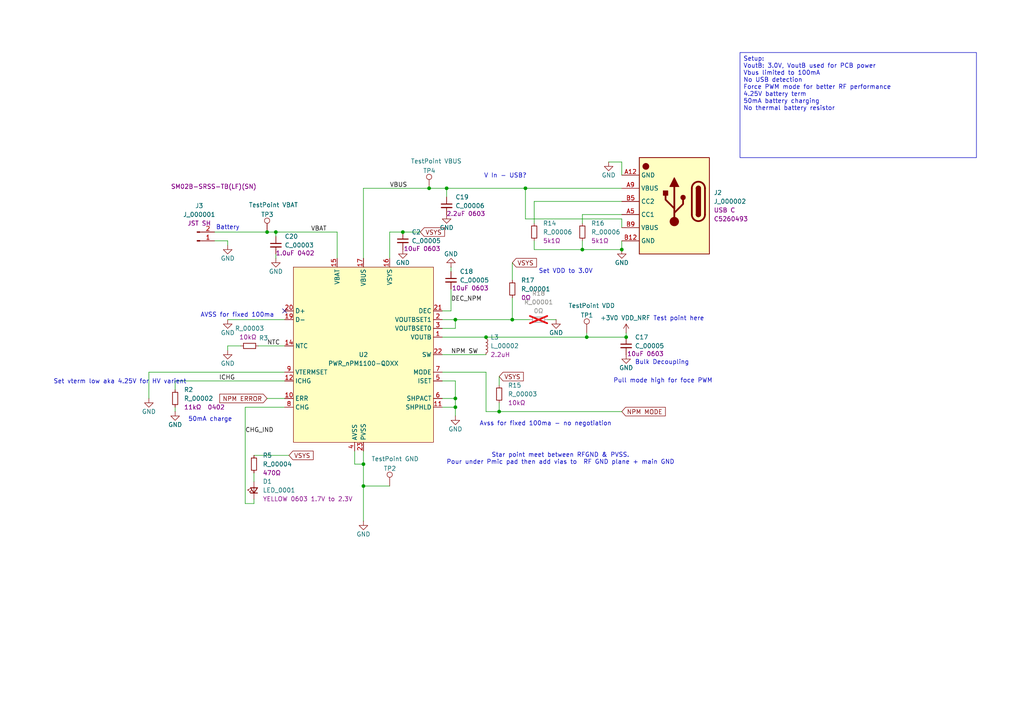
<source format=kicad_sch>
(kicad_sch (version 20231120) (generator "eeschema") (generator_version "8.0")
  (paper "A4")
  (lib_symbols
    (symbol "Connector:TestPoint" (pin_numbers hide) (pin_names (offset 0.762) hide)
      (property "Reference" "TP" (at 0 6.858 0))
      (property "Value" "TestPoint" (at 0 5.08 0))
      (symbol "TestPoint_0_1"
        (circle (center 0 3.302) (radius 0.762))
      )
      (symbol "TestPoint_1_1"
        (pin passive line (at 0 0 90) (length 2.54) (name "1") (number "1"))
      )
    )
    (symbol "R_00001_1" (pin_numbers hide) (pin_names (offset 0.254) hide)
      (property "Reference" "R" (at 1.27 2.54 0))
      (property "Value" "R_00001" (at 1.27 0 0))
      (property "Desc" "0Ω" (at 1.27 -2.54 0))
      (symbol "R_00001_1_0_1"
        (rectangle (start -0.762 1.778) (end 0.762 -1.778) (stroke (width 0.2032)))
      )
      (symbol "R_00001_1_1_1"
        (pin passive line (at 0 2.54 270) (length 0.762) (name "~") (number "1"))
        (pin passive line (at 0 -2.54 90) (length 0.762) (name "~") (number "2"))
      )
    )
    (symbol "R_00003_1" (pin_numbers hide) (pin_names (offset 0.254) hide)
      (property "Reference" "R" (at 1.27 2.54 0))
      (property "Value" "R_00003" (at 1.27 0 0))
      (property "Desc" "10kΩ " (at 1.27 -2.54 0))
      (symbol "R_00003_1_0_1"
        (rectangle (start -0.762 1.778) (end 0.762 -1.778) (stroke (width 0.2032)))
      )
      (symbol "R_00003_1_1_1"
        (pin passive line (at 0 2.54 270) (length 0.762) (name "~") (number "1"))
        (pin passive line (at 0 -2.54 90) (length 0.762) (name "~") (number "2"))
      )
    )
    (symbol "mic_patch_parts:C_00003" (pin_numbers hide) (pin_names (offset 0.254))
      (property "Reference" "C" (at 2.54 2.54 0))
      (property "Value" "C_00003" (at 2.54 0 0))
      (property "Description" "1.0uF 0402" (at 5.588 -2.286 0))
      (symbol "C_00003_0_1"
        (polyline (pts (xy -1.524 -0.508) (xy 1.524 -0.508)) (stroke (width 0.3302)))
        (polyline (pts (xy -1.524 0.508) (xy 1.524 0.508)) (stroke (width 0.3048)))
      )
      (symbol "C_00003_1_1"
        (pin passive line (at 0 2.54 270) (length 2.032) (name "~") (number "1"))
        (pin passive line (at 0 -2.54 90) (length 2.032) (name "~") (number "2"))
      )
    )
    (symbol "mic_patch_parts:C_00005" (pin_numbers hide) (pin_names (offset 0.254))
      (property "Reference" "C" (at 2.54 2.54 0))
      (property "Value" "C_00005" (at 2.54 0 0))
      (property "Description" "10uF 0603" (at 5.588 -2.286 0))
      (symbol "C_00005_0_1"
        (polyline (pts (xy -1.524 -0.508) (xy 1.524 -0.508)) (stroke (width 0.3302)))
        (polyline (pts (xy -1.524 0.508) (xy 1.524 0.508)) (stroke (width 0.3048)))
      )
      (symbol "C_00005_1_1"
        (pin passive line (at 0 2.54 270) (length 2.032) (name "~") (number "1"))
        (pin passive line (at 0 -2.54 90) (length 2.032) (name "~") (number "2"))
      )
    )
    (symbol "mic_patch_parts:C_00006" (pin_numbers hide) (pin_names (offset 0.254))
      (property "Reference" "C" (at 2.54 2.54 0))
      (property "Value" "C_00006" (at 2.54 0 0))
      (property "Description" "2.2uF 0603" (at 5.588 -2.286 0))
      (symbol "C_00006_0_1"
        (polyline (pts (xy -1.524 -0.508) (xy 1.524 -0.508)) (stroke (width 0.3302)))
        (polyline (pts (xy -1.524 0.508) (xy 1.524 0.508)) (stroke (width 0.3048)))
      )
      (symbol "C_00006_1_1"
        (pin passive line (at 0 2.54 270) (length 2.032) (name "~") (number "1"))
        (pin passive line (at 0 -2.54 90) (length 2.032) (name "~") (number "2"))
      )
    )
    (symbol "mic_patch_parts:J_000001"
      (property "Reference" "J" (at 4.826 6.858 0))
      (property "Value" "J_000001" (at 8.382 4.572 0))
      (property "Desc" "JST SH" (at 7.366 2.286 0))
      (property "MPNs" "SM02B-SRSS-TB(LF)(SN) " (at 0 0 0))
      (symbol "J_000001_1_1"
        (polyline (pts (xy 2.54 2.54) (xy 2.9464 2.54)) (stroke (width 0.1524)))
        (polyline (pts (xy 2.54 5.08) (xy 2.9464 5.08)) (stroke (width 0.1524)))
        (rectangle (start 2.9464 2.667) (end 3.81 2.413) (stroke (width 0.1524)) (fill (type outline)))
        (rectangle (start 3.81 4.953) (end 2.9464 5.207) (stroke (width 0.1524)) (fill (type outline)))
        (pin passive line (at -1.27 5.08 0) (length 3.81) (name "") (number "1"))
        (pin passive line (at -1.27 2.54 0) (length 3.81) (name "") (number "2"))
      )
    )
    (symbol "mic_patch_parts:J_000002"
      (property "Reference" "J" (at 14.986 9.652 0))
      (property "Value" "J_000002" (at 18.542 4.572 0))
      (property "Desc" "USB C" (at 17.272 7.112 0))
      (property "LCSC PNs" "C5260493" (at 1.524 -13.716 0))
      (symbol "J_000002_0_1"
        (rectangle (start -7.62 16.51) (end 12.7 -11.43) (stroke (width 0.254)) (fill (type background)))
        (rectangle (start -0.635 6.858) (end 0.635 5.588) (stroke (width 0.254)) (fill (type outline)))
        (polyline (pts (xy 2.54 -2.032) (xy 2.54 8.128)) (stroke (width 0.508)))
        (polyline (pts (xy 7.62 7.62) (xy 7.62 0)) (stroke (width 0.508)))
        (polyline (pts (xy 11.43 0) (xy 11.43 7.62)) (stroke (width 0.508)))
        (polyline (pts (xy 2.54 0.508) (xy 5.08 3.048) (xy 5.08 4.318)) (stroke (width 0.508)))
        (polyline (pts (xy 2.54 1.778) (xy 0 4.318) (xy 0 5.588)) (stroke (width 0.508)))
        (polyline (pts (xy 3.81 8.128) (xy 2.54 10.668) (xy 1.27 8.128) (xy 3.81 8.128)) (stroke (width 0.254)) (fill (type outline)))
        (circle (center 2.54 -2.032) (radius 1.27) (fill (type outline)))
        (circle (center 5.08 4.953) (radius 0.635) (stroke (width 0.254)) (fill (type outline)))
        (arc (start 7.62 0) (mid 9.525 -1.8967) (end 11.43 0) (stroke (width 0.508)))
        (arc (start 8.89 0) (mid 9.525 -0.6323) (end 10.16 0) (stroke (width 0.254)))
        (arc (start 8.89 0) (mid 9.525 -0.6323) (end 10.16 0) (stroke (width 0.254)) (fill (type outline)))
        (rectangle (start 8.89 7.62) (end 10.16 0) (stroke (width 0.254)) (fill (type outline)))
        (arc (start 10.16 7.62) (mid 9.525 8.2523) (end 8.89 7.62) (stroke (width 0.254)))
        (arc (start 10.16 7.62) (mid 9.525 8.2523) (end 8.89 7.62) (stroke (width 0.254)) (fill (type outline)))
        (arc (start 11.43 7.62) (mid 9.525 9.5167) (end 7.62 7.62) (stroke (width 0.508)))
      )
      (symbol "J_000002_1_1"
        (circle (center -5.715 13.97) (radius 0.898) (fill (type outline)))
        (pin passive line (at -12.7 11.43 0) (length 5.08) (name "GND") (number "A12"))
        (pin bidirectional line (at -12.7 0 0) (length 5.08) (name "CC1") (number "A5"))
        (pin passive line (at -12.7 7.62 0) (length 5.08) (name "VBUS") (number "A9"))
        (pin passive line (at -12.7 -7.62 0) (length 5.08) (name "GND") (number "B12"))
        (pin bidirectional line (at -12.7 3.81 0) (length 5.08) (name "CC2") (number "B5"))
        (pin passive line (at -12.7 -3.81 0) (length 5.08) (name "VBUS") (number "B9"))
      )
    )
    (symbol "mic_patch_parts:LED_0001" (pin_numbers hide) (pin_names (offset 0.254) hide)
      (property "Reference" "D" (at -1.27 3.175 0))
      (property "Value" "LED_0001" (at -4.445 -2.54 0))
      (property "Desc" "YELLOW 0603 1.7V to 2.3V" (at 1.27 6.096 0))
      (property "LCSC PNs" "C72038" (at 0 0 0))
      (property "MPNs" "19-213/Y2C-CQ2R2L/3T(CY) " (at 0 0 0))
      (symbol "LED_0001_0_1"
        (polyline (pts (xy -0.762 -1.016) (xy -0.762 1.016)) (stroke (width 0.254)))
        (polyline (pts (xy 1.016 0) (xy -0.762 0)))
        (polyline (pts (xy 0.762 -1.016) (xy -0.762 0) (xy 0.762 1.016) (xy 0.762 -1.016)) (stroke (width 0.254)))
        (polyline (pts (xy 0 0.762) (xy -0.508 1.27) (xy -0.254 1.27) (xy -0.508 1.27) (xy -0.508 1.016)))
        (polyline (pts (xy 0.508 1.27) (xy 0 1.778) (xy 0.254 1.778) (xy 0 1.778) (xy 0 1.524)))
      )
      (symbol "LED_0001_1_1"
        (pin passive line (at -2.54 0 0) (length 1.778) (name "K") (number "1"))
        (pin passive line (at 2.54 0 180) (length 1.778) (name "A") (number "2"))
      )
    )
    (symbol "mic_patch_parts:L_00002" (pin_numbers hide) (pin_names (offset 0.254) hide)
      (property "Reference" "L" (at 1.27 2.54 0))
      (property "Value" "L_00002" (at 1.27 0 0))
      (property "Desc" "2.2uH" (at 1.27 -2.54 0))
      (symbol "L_00002_0_1"
        (arc (start 0 -2.032) (mid 0.5058 -1.524) (end 0 -1.016))
        (arc (start 0 -1.016) (mid 0.5058 -0.508) (end 0 0))
        (arc (start 0 0) (mid 0.5058 0.508) (end 0 1.016))
        (arc (start 0 1.016) (mid 0.5058 1.524) (end 0 2.032))
      )
      (symbol "L_00002_1_1"
        (pin passive line (at 0 2.54 270) (length 0.508) (name "~") (number "1"))
        (pin passive line (at 0 -2.54 90) (length 0.508) (name "~") (number "2"))
      )
    )
    (symbol "mic_patch_parts:PWR_nPM1100-QDXX"
      (property "Reference" "U" (at 0 0 0))
      (property "Value" "PWR_nPM1100-QDXX" (at 0 -2.54 0))
      (property "LCSC PNs" "C7249860" (at 0 0 0))
      (symbol "PWR_nPM1100-QDXX_0_0"
        (pin power_out line (at 22.86 5.08 180) (length 2.54) (name "VOUTB") (number "1"))
        (pin passive line (at -22.86 -12.7 0) (length 2.54) (name "ERR") (number "10"))
        (pin passive line (at 22.86 -15.24 180) (length 2.54) (name "SHPHLD") (number "11"))
        (pin passive line (at -22.86 -7.62 0) (length 2.54) (name "ICHG") (number "12"))
        (pin passive line (at -22.86 2.54 0) (length 2.54) (name "NTC") (number "14"))
        (pin power_in line (at -7.62 27.94 270) (length 2.54) (name "VBAT") (number "15"))
        (pin power_out line (at 7.62 27.94 270) (length 2.54) (name "VSYS") (number "16"))
        (pin power_in line (at 0 27.94 270) (length 2.54) (name "VBUS") (number "17"))
        (pin bidirectional line (at -22.86 10.16 0) (length 2.54) (name "D-") (number "19"))
        (pin passive line (at 22.86 10.16 180) (length 2.54) (name "VOUTBSET1") (number "2"))
        (pin bidirectional line (at -22.86 12.7 0) (length 2.54) (name "D+") (number "20"))
        (pin passive line (at 22.86 12.7 180) (length 2.54) (name "DEC") (number "21"))
        (pin passive line (at 22.86 0 180) (length 2.54) (name "SW") (number "22"))
        (pin power_in line (at 0 -27.94 90) (length 2.54) (name "PVSS") (number "23"))
        (pin passive line (at 22.86 -7.62 180) (length 2.54) (name "ISET") (number "5"))
        (pin passive line (at 22.86 -12.7 180) (length 2.54) (name "SHPACT") (number "6"))
        (pin passive line (at 22.86 -5.08 180) (length 2.54) (name "MODE") (number "7"))
        (pin passive line (at -22.86 -15.24 0) (length 2.54) (name "CHG") (number "8"))
        (pin passive line (at -22.86 -5.08 0) (length 2.54) (name "VTERMSET") (number "9"))
      )
      (symbol "PWR_nPM1100-QDXX_1_0"
        (pin no_connect line (at 10.16 -25.4 90) (length 2.54) hide (name "NC") (number "13"))
        (pin no_connect line (at 12.7 -25.4 90) (length 2.54) hide (name "NC") (number "18"))
        (pin no_connect line (at 7.62 -25.4 90) (length 2.54) hide (name "NC") (number "24"))
        (pin passive line (at -2.54 -27.94 90) (length 2.54) hide (name "AVSS") (number "25"))
        (pin passive line (at 22.86 7.62 180) (length 2.54) (name "VOUTBSET0") (number "3"))
        (pin power_in line (at -2.54 -27.94 90) (length 2.54) (name "AVSS") (number "4"))
      )
      (symbol "PWR_nPM1100-QDXX_1_1"
        (rectangle (start -20.32 25.4) (end 20.32 -25.4) (fill (type background)))
      )
    )
    (symbol "mic_patch_parts:R_00001" (pin_numbers hide) (pin_names (offset 0.254) hide)
      (property "Reference" "R" (at 1.27 2.54 0))
      (property "Value" "R_00001" (at 1.27 0 0))
      (property "Desc" "0Ω" (at 1.27 -2.54 0))
      (symbol "R_00001_0_1"
        (rectangle (start -0.762 1.778) (end 0.762 -1.778) (stroke (width 0.2032)))
      )
      (symbol "R_00001_1_1"
        (pin passive line (at 0 2.54 270) (length 0.762) (name "~") (number "1"))
        (pin passive line (at 0 -2.54 90) (length 0.762) (name "~") (number "2"))
      )
    )
    (symbol "mic_patch_parts:R_00002" (pin_numbers hide) (pin_names (offset 0.254) hide)
      (property "Reference" "R" (at 1.27 2.54 0))
      (property "Value" "R_00002" (at 1.27 0 0))
      (property "Desc" "11kΩ  0402" (at 1.27 -2.54 0))
      (symbol "R_00002_0_1"
        (rectangle (start -0.762 1.778) (end 0.762 -1.778) (stroke (width 0.2032)))
      )
      (symbol "R_00002_1_1"
        (pin passive line (at 0 2.54 270) (length 0.762) (name "~") (number "1"))
        (pin passive line (at 0 -2.54 90) (length 0.762) (name "~") (number "2"))
      )
    )
    (symbol "mic_patch_parts:R_00003" (pin_numbers hide) (pin_names (offset 0.254) hide)
      (property "Reference" "R" (at 1.27 2.54 0))
      (property "Value" "R_00003" (at 1.27 0 0))
      (property "Desc" "10kΩ " (at 1.27 -2.54 0))
      (symbol "R_00003_0_1"
        (rectangle (start -0.762 1.778) (end 0.762 -1.778) (stroke (width 0.2032)))
      )
      (symbol "R_00003_1_1"
        (pin passive line (at 0 2.54 270) (length 0.762) (name "~") (number "1"))
        (pin passive line (at 0 -2.54 90) (length 0.762) (name "~") (number "2"))
      )
    )
    (symbol "mic_patch_parts:R_00004" (pin_numbers hide) (pin_names (offset 0.254) hide)
      (property "Reference" "R" (at 1.27 2.54 0))
      (property "Value" "R_00004" (at 1.27 0 0))
      (property "Desc" "470Ω " (at 1.27 -2.54 0))
      (symbol "R_00004_0_1"
        (rectangle (start -0.762 1.778) (end 0.762 -1.778) (stroke (width 0.2032)))
      )
      (symbol "R_00004_1_1"
        (pin passive line (at 0 2.54 270) (length 0.762) (name "~") (number "1"))
        (pin passive line (at 0 -2.54 90) (length 0.762) (name "~") (number "2"))
      )
    )
    (symbol "mic_patch_parts:R_00006" (pin_numbers hide) (pin_names (offset 0.254) hide)
      (property "Reference" "R" (at 1.27 2.54 0))
      (property "Value" "R_00006" (at 1.27 0 0))
      (property "Desc" "5k1Ω" (at 1.27 -2.54 0))
      (symbol "R_00006_0_1"
        (rectangle (start -0.762 1.778) (end 0.762 -1.778) (stroke (width 0.2032)))
      )
      (symbol "R_00006_1_1"
        (pin passive line (at 0 2.54 270) (length 0.762) (name "~") (number "1"))
        (pin passive line (at 0 -2.54 90) (length 0.762) (name "~") (number "2"))
      )
    )
    (symbol "power:+1V8" (power) (pin_numbers hide) (pin_names (offset 0) hide)
      (property "Value" "+1V8" (at 0 3.556 0))
      (symbol "+1V8_0_1"
        (polyline (pts (xy -0.762 1.27) (xy 0 2.54)))
        (polyline (pts (xy 0 0) (xy 0 2.54)))
        (polyline (pts (xy 0 2.54) (xy 0.762 1.27)))
      )
      (symbol "+1V8_1_1"
        (pin power_in line (at 0 0 90) (length 0) (name "~") (number "1"))
      )
    )
    (symbol "power:GND" (power) (pin_numbers hide) (pin_names (offset 0) hide)
      (property "Value" "GND" (at 0 -3.81 0))
      (symbol "GND_0_1"
        (polyline (pts (xy 0 0) (xy 0 -1.27) (xy 1.27 -1.27) (xy 0 -2.54) (xy -1.27 -1.27) (xy 0 -1.27)))
      )
      (symbol "GND_1_1"
        (pin power_in line (at 0 0 270) (length 0) (name "~") (number "1"))
      )
    )
  )
  (junction (at 140.97 97.79))
  (junction (at 181.61 97.79))
  (junction (at 170.18 97.79))
  (junction (at 116.84 67.31))
  (junction (at 80.01 67.31))
  (junction (at 180.34 72.39))
  (junction (at 124.46 54.61))
  (junction (at 129.54 54.61))
  (junction (at 77.47 67.31))
  (junction (at 132.08 92.71))
  (junction (at 152.4 54.61))
  (junction (at 132.08 115.57))
  (junction (at 168.91 72.39))
  (junction (at 105.41 134.62))
  (junction (at 105.41 140.97))
  (junction (at 144.78 119.38))
  (junction (at 148.59 92.71))
  (junction (at 132.08 118.11))
  (no_connect (at 82.55 90.17))
  (wire (pts (xy 50.8 118.11) (xy 50.8 119.38)))
  (wire (pts (xy 77.47 115.57) (xy 82.55 115.57)))
  (wire (pts (xy 77.47 67.31) (xy 80.01 67.31)))
  (wire (pts (xy 153.67 92.71) (xy 148.59 92.71)))
  (wire (pts (xy 80.01 68.58) (xy 80.01 67.31)))
  (wire (pts (xy 132.08 92.71) (xy 148.59 92.71)))
  (wire (pts (xy 80.01 74.93) (xy 80.01 73.66)))
  (wire (pts (xy 124.46 54.61) (xy 129.54 54.61)))
  (wire (pts (xy 43.18 107.95) (xy 82.55 107.95)))
  (wire (pts (xy 128.27 92.71) (xy 132.08 92.71)))
  (wire (pts (xy 128.27 95.25) (xy 132.08 95.25)))
  (wire (pts (xy 180.34 72.39) (xy 180.34 69.85)))
  (wire (pts (xy 154.94 58.42) (xy 154.94 64.77)))
  (wire (pts (xy 80.01 67.31) (xy 97.79 67.31)))
  (wire (pts (xy 73.66 144.78) (xy 73.66 146.05)))
  (wire (pts (xy 132.08 92.71) (xy 132.08 95.25)))
  (wire (pts (xy 181.61 96.52) (xy 181.61 97.79)))
  (wire (pts (xy 132.08 118.11) (xy 132.08 120.65)))
  (wire (pts (xy 62.23 69.85) (xy 66.04 69.85)))
  (wire (pts (xy 105.41 54.61) (xy 105.41 74.93)))
  (wire (pts (xy 132.08 110.49) (xy 132.08 115.57)))
  (wire (pts (xy 128.27 102.87) (xy 140.97 102.87)))
  (wire (pts (xy 168.91 62.23) (xy 180.34 62.23)))
  (wire (pts (xy 105.41 130.81) (xy 105.41 134.62)))
  (wire (pts (xy 132.08 115.57) (xy 132.08 118.11)))
  (wire (pts (xy 62.23 67.31) (xy 77.47 67.31)))
  (wire (pts (xy 50.8 110.49) (xy 82.55 110.49)))
  (wire (pts (xy 148.59 86.36) (xy 148.59 92.71)))
  (wire (pts (xy 140.97 107.95) (xy 140.97 119.38)))
  (wire (pts (xy 130.81 77.47) (xy 130.81 78.74)))
  (wire (pts (xy 128.27 110.49) (xy 132.08 110.49)))
  (wire (pts (xy 43.18 107.95) (xy 43.18 115.57)))
  (wire (pts (xy 105.41 54.61) (xy 124.46 54.61)))
  (wire (pts (xy 66.04 100.33) (xy 69.85 100.33)))
  (wire (pts (xy 129.54 54.61) (xy 152.4 54.61)))
  (wire (pts (xy 102.87 130.81) (xy 102.87 134.62)))
  (wire (pts (xy 105.41 140.97) (xy 105.41 151.13)))
  (wire (pts (xy 170.18 96.52) (xy 170.18 97.79)))
  (wire (pts (xy 140.97 119.38) (xy 144.78 119.38)))
  (wire (pts (xy 168.91 72.39) (xy 180.34 72.39)))
  (wire (pts (xy 113.03 67.31) (xy 113.03 74.93)))
  (wire (pts (xy 176.53 46.99) (xy 180.34 46.99)))
  (wire (pts (xy 130.81 83.82) (xy 130.81 90.17)))
  (wire (pts (xy 140.97 97.79) (xy 170.18 97.79)))
  (wire (pts (xy 129.54 57.15) (xy 129.54 54.61)))
  (wire (pts (xy 105.41 140.97) (xy 113.03 140.97)))
  (wire (pts (xy 116.84 67.31) (xy 121.92 67.31)))
  (wire (pts (xy 66.04 100.33) (xy 66.04 101.6)))
  (wire (pts (xy 74.93 100.33) (xy 82.55 100.33)))
  (wire (pts (xy 128.27 118.11) (xy 132.08 118.11)))
  (wire (pts (xy 83.82 132.08) (xy 73.66 132.08)))
  (wire (pts (xy 152.4 63.5) (xy 180.34 63.5)))
  (wire (pts (xy 73.66 139.7) (xy 73.66 137.16)))
  (wire (pts (xy 105.41 134.62) (xy 105.41 140.97)))
  (wire (pts (xy 180.34 63.5) (xy 180.34 66.04)))
  (wire (pts (xy 113.03 67.31) (xy 116.84 67.31)))
  (wire (pts (xy 180.34 46.99) (xy 180.34 50.8)))
  (wire (pts (xy 152.4 54.61) (xy 152.4 63.5)))
  (wire (pts (xy 158.75 92.71) (xy 161.29 92.71)))
  (wire (pts (xy 154.94 58.42) (xy 180.34 58.42)))
  (wire (pts (xy 154.94 72.39) (xy 168.91 72.39)))
  (wire (pts (xy 50.8 110.49) (xy 50.8 113.03)))
  (wire (pts (xy 152.4 54.61) (xy 180.34 54.61)))
  (wire (pts (xy 128.27 115.57) (xy 132.08 115.57)))
  (wire (pts (xy 168.91 62.23) (xy 168.91 64.77)))
  (wire (pts (xy 130.81 90.17) (xy 128.27 90.17)))
  (wire (pts (xy 71.12 118.11) (xy 71.12 146.05)))
  (wire (pts (xy 144.78 109.22) (xy 144.78 111.76)))
  (wire (pts (xy 154.94 72.39) (xy 154.94 69.85)))
  (wire (pts (xy 66.04 92.71) (xy 82.55 92.71)))
  (wire (pts (xy 144.78 119.38) (xy 180.34 119.38)))
  (wire (pts (xy 128.27 107.95) (xy 140.97 107.95)))
  (wire (pts (xy 128.27 97.79) (xy 140.97 97.79)))
  (wire (pts (xy 66.04 69.85) (xy 66.04 71.12)))
  (wire (pts (xy 168.91 72.39) (xy 168.91 69.85)))
  (wire (pts (xy 71.12 118.11) (xy 82.55 118.11)))
  (wire (pts (xy 97.79 67.31) (xy 97.79 74.93)))
  (wire (pts (xy 144.78 116.84) (xy 144.78 119.38)))
  (wire (pts (xy 102.87 134.62) (xy 105.41 134.62)))
  (wire (pts (xy 71.12 146.05) (xy 73.66 146.05)))
  (wire (pts (xy 170.18 97.79) (xy 181.61 97.79)))
  (wire (pts (xy 148.59 76.2) (xy 148.59 81.28)))
  (text_box "Setup:\nVoutB: 3.0V, VoutB used for PCB power\nVbus limited to 100mA\nNo USB detection\nForce PWM mode for better RF performance\n4.25V battery term\n50mA battery charging\nNo thermal battery resistor\n\n" (at 214.63 15.24 0) (size 68.58 30.48) (effects (font (size 1.27 1.27)) (justify left top)))
  (text "Star point meet between RFGND & PVSS.\nPour under Pmic pad then add vias to  RF GND plane + main GND" (at 162.56 133.096 0) (effects (font (size 1.27 1.27))))
  (text "Pull mode high for foce PWM" (at 192.278 110.49 0) (effects (font (size 1.27 1.27))))
  (text "Set VDD to 3.0V" (at 164.084 78.74 0) (effects (font (size 1.27 1.27))))
  (text "V In - USB?" (at 146.558 51.054 0) (effects (font (size 1.27 1.27))))
  (text "AVSS for fixed 100ma" (at 68.834 91.44 0) (effects (font (size 1.27 1.27))))
  (text "Avss for fixed 100ma - no negotiation" (at 158.242 122.936 0) (effects (font (size 1.27 1.27))))
  (text "Bulk Decoupling" (at 192.024 105.156 0) (effects (font (size 1.27 1.27))))
  (text "Battery " (at 66.548 66.04 0) (effects (font (size 1.27 1.27))))
  (text "Test point here" (at 196.85 92.456 0) (effects (font (size 1.27 1.27))))
  (text "Set vterm low aka 4.25V for HV varient\n" (at 34.798 110.744 0) (effects (font (size 1.27 1.27))))
  (text "50mA charge" (at 60.96 121.666 0) (effects (font (size 1.27 1.27))))
  (label "NTC" (at 77.47 100.33 0))
  (label "ICHG" (at 63.5 110.49 0))
  (label "VBAT" (at 90.17 67.31 0))
  (label "NPM SW" (at 130.81 102.87 0))
  (label "VBUS" (at 113.03 54.61 0))
  (label "DEC_NPM" (at 130.81 87.63 0))
  (label "CHG_IND" (at 71.12 125.73 0))
  (global_label "VSYS" (shape input) (at 148.59 76.2 0) (property "Intersheetrefs" "${INTERSHEET_REFS}" (effects (hide yes))))
  (global_label "NPM MODE" (shape input) (at 180.34 119.38 0) (property "Intersheetrefs" "${INTERSHEET_REFS}" (effects (hide yes))))
  (global_label "NPM ERROR" (shape input) (at 77.47 115.57 180) (property "Intersheetrefs" "${INTERSHEET_REFS}" (effects (hide yes))))
  (global_label "VSYS" (shape input) (at 144.78 109.22 0) (property "Intersheetrefs" "${INTERSHEET_REFS}" (effects (hide yes))))
  (global_label "VSYS" (shape input) (at 121.92 67.31 0) (property "Intersheetrefs" "${INTERSHEET_REFS}" (effects (hide yes))))
  (global_label "VSYS" (shape input) (at 83.82 132.08 0) (property "Intersheetrefs" "${INTERSHEET_REFS}" (effects (hide yes))))
  (symbol (lib_id "power:GND") (at 130.81 77.47 180) (unit 1)
    (property "Reference" "#PWR026" (effects (hide yes)))
    (property "Value" "GND" (at 130.81 73.66 0))
    (property "Description" "Power symbol creates a global label with name \"GND\" , ground" (effects (hide yes)))
  )
  (symbol (lib_id "mic_patch_parts:J_000002") (at 193.04 62.23 0) (unit 1)
    (property "Reference" "J2" (at 207.01 55.8799 0) (effects (justify left)))
    (property "Value" "J_000002" (at 207.01 58.4199 0) (effects (justify left)))
    (property "Footprint" "mic_patch_parts:J_000002" (effects (hide yes)))
    (property "Description" "6-Pin USB-C Connector Mount" (effects (hide yes)))
    (property "Desc" "USB C" (at 207.01 60.9599 0) (effects (justify left)))
    (property "LCSC PNs" "C5260493" (at 207.01 63.4999 0) (effects (justify left)))
  )
  (symbol (lib_id "mic_patch_parts:R_00001") (at 156.21 92.71 270) (unit 1) (dnp yes)
    (property "Reference" "R18" (at 156.21 85.09 90))
    (property "Value" "R_00001" (at 156.21 87.63 90))
    (property "Footprint" "Resistor_SMD:R_0805_2012Metric" (effects (hide yes)))
    (property "Description" "0Ω resistor" (effects (hide yes)))
    (property "Desc" "0Ω" (at 156.21 90.17 90))
  )
  (symbol (lib_id "mic_patch_parts:C_00005") (at 116.84 69.85 0) (unit 1)
    (property "Reference" "C2" (at 119.38 67.31 0) (effects (justify left)))
    (property "Value" "C_00005" (at 119.38 69.85 0) (effects (justify left)))
    (property "Footprint" "Capacitor_SMD:C_0603_1608Metric" (effects (hide yes)))
    (property "Description" "10uF 0603" (at 122.428 72.136 0))
    (property "MPNs" "CL10A106KP8NNNC" (effects (hide yes)))
    (property "LCSC PNs" "C19702" (effects (hide yes)))
  )
  (symbol (lib_id "power:GND") (at 66.04 71.12 0) (unit 1)
    (property "Reference" "#PWR035" (effects (hide yes)))
    (property "Value" "GND" (at 66.04 74.93 0))
    (property "Description" "Power symbol creates a global label with name \"GND\" , ground" (effects (hide yes)))
  )
  (symbol (lib_name "R_00003_1") (lib_id "mic_patch_parts:R_00003") (at 144.78 114.3 0) (unit 1)
    (property "Reference" "R15" (at 147.32 111.7599 0) (effects (justify left)))
    (property "Value" "R_00003" (at 147.32 114.2999 0) (effects (justify left)))
    (property "Footprint" "Resistor_SMD:R_0402_1005Metric" (effects (hide yes)))
    (property "Description" "10kΩ resistor 0402" (effects (hide yes)))
    (property "Desc" "10kΩ " (at 147.32 116.8399 0) (effects (justify left)))
    (property "MPNs" "0402WGF1002TCE" (effects (hide yes)))
    (property "LCSC PNs" "C25744" (effects (hide yes)))
  )
  (symbol (lib_id "mic_patch_parts:R_00003") (at 72.39 100.33 90) (unit 1)
    (property "Reference" "R3" (at 76.454 98.044 90))
    (property "Value" "R_00003" (at 72.39 95.25 90))
    (property "Footprint" "Resistor_SMD:R_0402_1005Metric" (effects (hide yes)))
    (property "Description" "10kΩ resistor 0402" (effects (hide yes)))
    (property "Desc" "10kΩ " (at 72.39 97.79 90))
    (property "MPNs" "0402WGF1002TCE" (effects (hide yes)))
    (property "LCSC PNs" "C25744" (effects (hide yes)))
  )
  (symbol (lib_id "mic_patch_parts:L_00002") (at 140.97 100.33 0) (unit 1)
    (property "Reference" "L3" (at 142.24 97.7899 0) (effects (justify left)))
    (property "Value" "L_00002" (at 142.24 100.3299 0) (effects (justify left)))
    (property "Footprint" "Inductor_SMD:L_0805_2012Metric" (effects (hide yes)))
    (property "Description" "2.2uH Inductor 0805" (effects (hide yes)))
    (property "Desc" "2.2uH" (at 142.24 102.8699 0) (effects (justify left)))
    (property "MFNs" "CMI201209U2R2KT" (effects (hide yes)))
    (property "LCSC PNs" "C1043" (effects (hide yes)))
  )
  (symbol (lib_id "mic_patch_parts:C_00005") (at 181.61 100.33 0) (unit 1)
    (property "Reference" "C17" (at 184.15 97.79 0) (effects (justify left)))
    (property "Value" "C_00005" (at 184.15 100.33 0) (effects (justify left)))
    (property "Footprint" "Capacitor_SMD:C_0603_1608Metric" (effects (hide yes)))
    (property "Description" "10uF 0603" (at 187.198 102.616 0))
    (property "MPNs" "CL10A106KP8NNNC" (effects (hide yes)))
    (property "LCSC PNs" "C19702" (effects (hide yes)))
  )
  (symbol (lib_id "power:GND") (at 66.04 101.6 0) (unit 1)
    (property "Reference" "#PWR031" (effects (hide yes)))
    (property "Value" "GND" (at 66.04 105.41 0))
    (property "Description" "Power symbol creates a global label with name \"GND\" , ground" (effects (hide yes)))
  )
  (symbol (lib_id "power:GND") (at 80.01 74.93 0) (unit 1)
    (property "Reference" "#PWR034" (effects (hide yes)))
    (property "Value" "GND" (at 80.01 78.74 0))
    (property "Description" "Power symbol creates a global label with name \"GND\" , ground" (effects (hide yes)))
  )
  (symbol (lib_id "power:GND") (at 129.54 62.23 0) (unit 1)
    (property "Reference" "#PWR032" (effects (hide yes)))
    (property "Value" "GND" (at 129.54 66.04 0))
    (property "Description" "Power symbol creates a global label with name \"GND\" , ground" (effects (hide yes)))
  )
  (symbol (lib_id "power:GND") (at 132.08 120.65 0) (unit 1)
    (property "Reference" "#PWR029" (effects (hide yes)))
    (property "Value" "GND" (at 132.08 124.46 0))
    (property "Description" "Power symbol creates a global label with name \"GND\" , ground" (effects (hide yes)))
  )
  (symbol (lib_id "Connector:TestPoint") (at 170.18 96.52 0) (unit 1)
    (property "Reference" "TP1" (at 168.402 91.44 0) (effects (justify left)))
    (property "Value" "TestPoint VDD" (at 164.846 88.646 0) (effects (justify left)))
    (property "Footprint" "TestPoint:TestPoint_Pad_D1.5mm" (effects (hide yes)))
    (property "Description" "test point" (effects (hide yes)))
  )
  (symbol (lib_id "mic_patch_parts:R_00006") (at 168.91 67.31 0) (unit 1)
    (property "Reference" "R16" (at 171.45 64.7699 0) (effects (justify left)))
    (property "Value" "R_00006" (at 171.45 67.3099 0) (effects (justify left)))
    (property "Footprint" "Resistor_SMD:R_0402_1005Metric" (effects (hide yes)))
    (property "Description" "5.1kΩ resistor" (effects (hide yes)))
    (property "Desc" "5k1Ω" (at 171.45 69.8499 0) (effects (justify left)))
    (property "LCSC PNs" "C25905" (effects (hide yes)))
    (property "MPNs" "0402WGF5101TCE" (effects (hide yes)))
  )
  (symbol (lib_id "power:GND") (at 66.04 92.71 0) (unit 1)
    (property "Reference" "#PWR028" (effects (hide yes)))
    (property "Value" "GND" (at 66.04 96.52 0))
    (property "Description" "Power symbol creates a global label with name \"GND\" , ground" (effects (hide yes)))
  )
  (symbol (lib_id "power:+1V8") (at 181.61 96.52 0) (unit 1)
    (property "Reference" "#PWR022" (effects (hide yes)))
    (property "Value" "+3V0 VDD_NRF" (at 181.356 92.202 0))
    (property "Description" "Power symbol creates a global label with name \"+1V8\"" (effects (hide yes)))
  )
  (symbol (lib_id "Connector:TestPoint") (at 124.46 54.61 0) (unit 1)
    (property "Reference" "TP4" (at 122.682 49.53 0) (effects (justify left)))
    (property "Value" "TestPoint VBUS" (at 119.126 46.736 0) (effects (justify left)))
    (property "Footprint" "TestPoint:TestPoint_Pad_D1.0mm" (effects (hide yes)))
    (property "Description" "test point" (effects (hide yes)))
  )
  (symbol (lib_id "mic_patch_parts:R_00002") (at 50.8 115.57 180) (unit 1)
    (property "Reference" "R2" (at 53.34 113.0299 0) (effects (justify right)))
    (property "Value" "R_00002" (at 53.34 115.5699 0) (effects (justify right)))
    (property "Footprint" "Resistor_SMD:R_0402_1005Metric" (effects (hide yes)))
    (property "Description" "11kΩ resistor" (effects (hide yes)))
    (property "Desc" "11kΩ  0402" (at 53.34 118.1099 0) (effects (justify right)))
    (property "MPNs" "0402WGF1102TCE" (effects (hide yes)))
    (property "LCSC PNs" "C25749" (effects (hide yes)))
  )
  (symbol (lib_id "mic_patch_parts:J_000001") (at 60.96 64.77 180) (unit 1)
    (property "Reference" "J3" (at 57.785 59.69 0))
    (property "Value" "J_000001" (at 57.785 62.23 0))
    (property "Footprint" "mic_patch_parts:J_000001" (effects (hide yes)))
    (property "Description" "JST SH 2 Right Angled Pin Connector" (effects (hide yes)))
    (property "Desc" "JST SH" (at 57.785 64.77 0))
    (property "LCSC PNs" "C160402" (effects (hide yes)))
    (property "MPNs" "SM02B-SRSS-TB(LF)(SN) " (at 62.484 54.102 0))
  )
  (symbol (lib_id "mic_patch_parts:C_00005") (at 130.81 81.28 0) (unit 1)
    (property "Reference" "C18" (at 133.35 78.74 0) (effects (justify left)))
    (property "Value" "C_00005" (at 133.35 81.28 0) (effects (justify left)))
    (property "Footprint" "Capacitor_SMD:C_0603_1608Metric" (effects (hide yes)))
    (property "Description" "10uF 0603" (at 136.398 83.566 0))
    (property "MPNs" "CL10A106KP8NNNC" (effects (hide yes)))
    (property "LCSC PNs" "C19702" (effects (hide yes)))
  )
  (symbol (lib_id "mic_patch_parts:R_00004") (at 73.66 134.62 0) (unit 1)
    (property "Reference" "R5" (at 76.2 132.0799 0) (effects (justify left)))
    (property "Value" "R_00004" (at 76.2 134.6199 0) (effects (justify left)))
    (property "Footprint" "Resistor_SMD:R_0402_1005Metric" (effects (hide yes)))
    (property "Description" "470Ω resistor" (effects (hide yes)))
    (property "Desc" "470Ω " (at 76.2 137.1599 0) (effects (justify left)))
    (property "MPNs" "0402WGF4700TCE" (effects (hide yes)))
    (property "LCSC PNs" "C25117" (effects (hide yes)))
  )
  (symbol (lib_id "power:GND") (at 116.84 72.39 0) (unit 1)
    (property "Reference" "#PWR04" (effects (hide yes)))
    (property "Value" "GND" (at 116.84 76.2 0))
    (property "Description" "Power symbol creates a global label with name \"GND\" , ground" (effects (hide yes)))
  )
  (symbol (lib_id "mic_patch_parts:C_00003") (at 80.01 71.12 0) (unit 1)
    (property "Reference" "C20" (at 82.55 68.58 0) (effects (justify left)))
    (property "Value" "C_00003" (at 82.55 71.12 0) (effects (justify left)))
    (property "Footprint" "Capacitor_SMD:C_0402_1005Metric" (effects (hide yes)))
    (property "Description" "1.0uF 0402" (at 85.598 73.406 0))
    (property "MPNs" "CL05A105KA5NQNC" (effects (hide yes)))
    (property "LCSC PNs" "C52923" (effects (hide yes)))
  )
  (symbol (lib_id "Connector:TestPoint") (at 77.47 67.31 0) (unit 1)
    (property "Reference" "TP3" (at 75.692 62.23 0) (effects (justify left)))
    (property "Value" "TestPoint VBAT" (at 72.136 59.436 0) (effects (justify left)))
    (property "Footprint" "TestPoint:TestPoint_Pad_D1.0mm" (effects (hide yes)))
    (property "Description" "test point" (effects (hide yes)))
  )
  (symbol (lib_id "power:GND") (at 161.29 92.71 0) (unit 1)
    (property "Reference" "#PWR043" (effects (hide yes)))
    (property "Value" "GND" (at 161.29 96.52 0))
    (property "Description" "Power symbol creates a global label with name \"GND\" , ground" (effects (hide yes)))
  )
  (symbol (lib_id "power:GND") (at 105.41 151.13 0) (unit 1)
    (property "Reference" "#PWR025" (effects (hide yes)))
    (property "Value" "GND" (at 105.41 154.94 0))
    (property "Description" "Power symbol creates a global label with name \"GND\" , ground" (effects (hide yes)))
  )
  (symbol (lib_id "power:GND") (at 43.18 115.57 0) (unit 1)
    (property "Reference" "#PWR019" (effects (hide yes)))
    (property "Value" "GND" (at 43.18 119.38 0))
    (property "Description" "Power symbol creates a global label with name \"GND\" , ground" (effects (hide yes)))
  )
  (symbol (lib_id "power:GND") (at 50.8 119.38 0) (unit 1)
    (property "Reference" "#PWR030" (effects (hide yes)))
    (property "Value" "GND" (at 50.8 123.19 0))
    (property "Description" "Power symbol creates a global label with name \"GND\" , ground" (effects (hide yes)))
  )
  (symbol (lib_id "power:GND") (at 180.34 72.39 0) (unit 1)
    (property "Reference" "#PWR033" (effects (hide yes)))
    (property "Value" "GND" (at 180.34 76.2 0))
    (property "Description" "Power symbol creates a global label with name \"GND\" , ground" (effects (hide yes)))
  )
  (symbol (lib_id "Connector:TestPoint") (at 113.03 140.97 0) (unit 1)
    (property "Reference" "TP2" (at 111.252 135.89 0) (effects (justify left)))
    (property "Value" "TestPoint GND" (at 107.696 133.096 0) (effects (justify left)))
    (property "Footprint" "TestPoint:TestPoint_Pad_D1.5mm" (effects (hide yes)))
    (property "Description" "test point" (effects (hide yes)))
  )
  (symbol (lib_id "mic_patch_parts:PWR_nPM1100-QDXX") (at 105.41 102.87 0) (unit 1)
    (property "Reference" "U2" (at 105.41 102.87 0))
    (property "Value" "PWR_nPM1100-QDXX" (at 105.41 105.41 0))
    (property "Footprint" "Package_DFN_QFN:QFN-24-1EP_4x4mm_P0.5mm_EP2.6x2.6mm_ThermalVias" (effects (hide yes)))
    (property "Datasheet" "https://docs-be.nordicsemi.com/bundle/ps_npm1100/attach/nPM1100_PS_v1.4.pdf?_LANG=enus" (effects (hide yes)))
    (property "Description" "PMIC and Battery Charger, QFN-24" (effects (hide yes)))
    (property "LCSC PNs" "C7249860" (effects (hide yes)))
  )
  (symbol (lib_id "mic_patch_parts:R_00006") (at 154.94 67.31 0) (unit 1)
    (property "Reference" "R14" (at 157.48 64.7699 0) (effects (justify left)))
    (property "Value" "R_00006" (at 157.48 67.3099 0) (effects (justify left)))
    (property "Footprint" "Resistor_SMD:R_0402_1005Metric" (effects (hide yes)))
    (property "Description" "5.1kΩ resistor" (effects (hide yes)))
    (property "Desc" "5k1Ω" (at 157.48 69.8499 0) (effects (justify left)))
    (property "LCSC PNs" "C25905" (effects (hide yes)))
    (property "MPNs" "0402WGF5101TCE" (effects (hide yes)))
  )
  (symbol (lib_name "R_00001_1") (lib_id "mic_patch_parts:R_00001") (at 148.59 83.82 0) (unit 1)
    (property "Reference" "R17" (at 151.13 81.2799 0) (effects (justify left)))
    (property "Value" "R_00001" (at 151.13 83.8199 0) (effects (justify left)))
    (property "Footprint" "Resistor_SMD:R_0805_2012Metric" (effects (hide yes)))
    (property "Description" "0Ω resistor" (effects (hide yes)))
    (property "Desc" "0Ω" (at 151.13 86.3599 0) (effects (justify left)))
    (property "LCSC PNs" "C17477" (effects (hide yes)))
  )
  (symbol (lib_id "power:GND") (at 181.61 102.87 0) (unit 1)
    (property "Reference" "#PWR024" (effects (hide yes)))
    (property "Value" "GND" (at 181.61 106.68 0))
    (property "Description" "Power symbol creates a global label with name \"GND\" , ground" (effects (hide yes)))
  )
  (symbol (lib_id "power:GND") (at 176.53 46.99 0) (unit 1)
    (property "Reference" "#PWR020" (effects (hide yes)))
    (property "Value" "GND" (at 176.53 50.8 0))
    (property "Description" "Power symbol creates a global label with name \"GND\" , ground" (effects (hide yes)))
  )
  (symbol (lib_id "mic_patch_parts:C_00006") (at 129.54 59.69 0) (unit 1)
    (property "Reference" "C19" (at 132.08 57.15 0) (effects (justify left)))
    (property "Value" "C_00006" (at 132.08 59.69 0) (effects (justify left)))
    (property "Footprint" "Capacitor_SMD:C_0603_1608Metric" (effects (hide yes)))
    (property "Description" "2.2uF 0603" (at 135.128 61.976 0))
    (property "MPNs" "CL10A225KO8NNNC" (effects (hide yes)))
    (property "LCSC PNs" "C23630" (effects (hide yes)))
  )
  (symbol (lib_id "mic_patch_parts:LED_0001") (at 73.66 142.24 90) (unit 1)
    (property "Reference" "D1" (at 76.2 139.6364 90) (effects (justify right)))
    (property "Value" "LED_0001" (at 76.2 142.1764 90) (effects (justify right)))
    (property "Footprint" "LED_SMD:LED_0603_1608Metric" (effects (hide yes)))
    (property "Description" "YELLOW 0603" (effects (hide yes)))
    (property "Desc" "YELLOW 0603 1.7V to 2.3V" (at 76.2 144.7164 90) (effects (justify right)))
    (property "MPNs" "19-213/Y2C-CQ2R2L/3T(CY) " (effects (hide yes)))
    (property "LCSC PNs" "C72038" (effects (hide yes)))
  )
)
</source>
